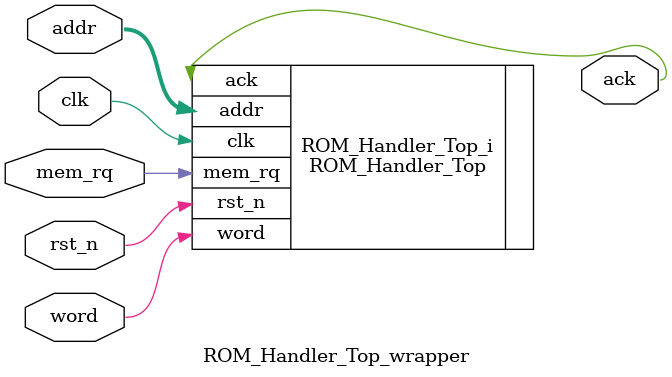
<source format=v>
`timescale 1 ps / 1 ps

module ROM_Handler_Top_wrapper
   (ack,
    addr,
    clk,
    mem_rq,
    rst_n,
    word);
  output ack;
  input [23:0]addr;
  input clk;
  input mem_rq;
  input rst_n;
  input word;

  wire ack;
  wire [23:0]addr;
  wire clk;
  wire mem_rq;
  wire rst_n;
  wire word;

  ROM_Handler_Top ROM_Handler_Top_i
       (.ack(ack),
        .addr(addr),
        .clk(clk),
        .mem_rq(mem_rq),
        .rst_n(rst_n),
        .word(word));
endmodule

</source>
